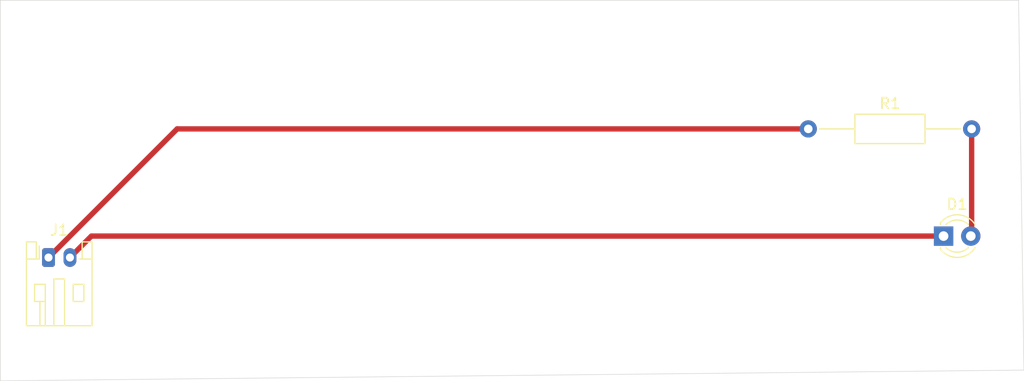
<source format=kicad_pcb>
(kicad_pcb (version 20240108) (generator "pcbnew") (generator_version "8.0")
  (layers (0 "F.Cu" signal) (31 "B.Cu" signal) (34 "B.Paste" user) (35 "F.Paste" user) (36 "B.SilkS" user "B.Silkscreen") (37 "F.SilkS" user "F.Silkscreen") (38 "B.Mask" user) (39 "F.Mask" user) (44 "Edge.Cuts" user))
  (net 0 "")
  (net 1 "Net-(D1-A)")
  (net 2 "Net-(D1-K)")
  (net 3 "Net-(J1-Pin_1)")
  (footprint "Resistor_THT:R_Axial_DIN0207_L6.3mm_D2.5mm_P15.24mm_Horizontal" (layer "F.Cu") (at 88.88 69.5)
    (property "Reference" "R1" (at 7.62 -2.37 0) (layer "F.SilkS"))
    (property "Value" "85")
    (fp_line (start 1.04 0) (end 4.35 0) (stroke (width 0.12)) (layer "F.SilkS"))
    (fp_line (start 4.35 -1.37) (end 4.35 1.37) (stroke (width 0.12)) (layer "F.SilkS"))
    (fp_line (start 4.35 1.37) (end 10.89 1.37) (stroke (width 0.12)) (layer "F.SilkS"))
    (fp_line (start 10.89 -1.37) (end 4.35 -1.37) (stroke (width 0.12)) (layer "F.SilkS"))
    (fp_line (start 10.89 1.37) (end 10.89 -1.37) (stroke (width 0.12)) (layer "F.SilkS"))
    (fp_line (start 14.2 0) (end 10.89 0) (stroke (width 0.12)) (layer "F.SilkS"))
    (pad "1" thru_hole circle (at 0 0) (size 1.6 1.6) (drill 0.8) (layers "*.Cu" "*.Mask") (net 3 "Net-(J1-Pin_1)"))
    (pad "2" thru_hole oval (at 15.24 0) (size 1.6 1.6) (drill 0.8) (layers "*.Cu" "*.Mask") (net 1 "Net-(D1-A)"))
  )
  (footprint "LED_THT:LED_D3.0mm" (layer "F.Cu") (at 101.5 79.5)
    (property "Reference" "D1" (at 1.27 -2.96 0) (layer "F.SilkS"))
    (property "Value" "LED")
    (fp_line (start -0.29 -1.236) (end -0.29 -1.08) (stroke (width 0.12)) (layer "F.SilkS"))
    (fp_line (start -0.29 1.08) (end -0.29 1.236) (stroke (width 0.12)) (layer "F.SilkS"))
    (fp_arc (start -0.29 -1.235516) (mid 1.365624 -1.987701) (end 2.941397 -1.080061) (stroke (width 0.12)) (layer "F.SilkS"))
    (fp_arc (start 0.229039 -1.08) (mid 1.269965 -1.5) (end 2.31091 -1.080049) (stroke (width 0.12)) (layer "F.SilkS"))
    (fp_arc (start 2.31091 1.080049) (mid 1.269965 1.5) (end 0.229039 1.08) (stroke (width 0.12)) (layer "F.SilkS"))
    (fp_arc (start 2.941397 1.080061) (mid 1.365624 1.987701) (end -0.29 1.235516) (stroke (width 0.12)) (layer "F.SilkS"))
    (pad "1" thru_hole rect (at 0 0) (size 1.8 1.8) (drill 0.9) (layers "*.Cu" "*.Mask") (net 2 "Net-(D1-K)"))
    (pad "2" thru_hole circle (at 2.54 0) (size 1.8 1.8) (drill 0.9) (layers "*.Cu" "*.Mask") (net 1 "Net-(D1-A)"))
  )
  (footprint "Connector_JST:JST_PH_S2B-PH-K_1x02_P2.00mm_Horizontal" (layer "F.Cu") (at 18 81.5)
    (property "Reference" "J1" (at 1 -2.55 0) (layer "F.SilkS"))
    (property "Value" "Conn_02x01")
    (fp_line (start -2.06 -1.46) (end -2.06 6.36) (stroke (width 0.12)) (layer "F.SilkS"))
    (fp_line (start -2.06 0.14) (end -1.14 0.14) (stroke (width 0.12)) (layer "F.SilkS"))
    (fp_line (start -2.06 6.36) (end 4.06 6.36) (stroke (width 0.12)) (layer "F.SilkS"))
    (fp_line (start -1.3 2.5) (end -1.3 4.1) (stroke (width 0.12)) (layer "F.SilkS"))
    (fp_line (start -1.3 4.1) (end -0.3 4.1) (stroke (width 0.12)) (layer "F.SilkS"))
    (fp_line (start -1.14 -1.46) (end -2.06 -1.46) (stroke (width 0.12)) (layer "F.SilkS"))
    (fp_line (start -1.14 0.14) (end -1.14 -1.46) (stroke (width 0.12)) (layer "F.SilkS"))
    (fp_line (start -0.86 0.14) (end -1.14 0.14) (stroke (width 0.12)) (layer "F.SilkS"))
    (fp_line (start -0.86 0.14) (end -0.86 -1.075) (stroke (width 0.12)) (layer "F.SilkS"))
    (fp_line (start -0.8 4.1) (end -0.8 6.36) (stroke (width 0.12)) (layer "F.SilkS"))
    (fp_line (start -0.3 2.5) (end -1.3 2.5) (stroke (width 0.12)) (layer "F.SilkS"))
    (fp_line (start -0.3 4.1) (end -0.3 2.5) (stroke (width 0.12)) (layer "F.SilkS"))
    (fp_line (start -0.3 4.1) (end -0.3 6.36) (stroke (width 0.12)) (layer "F.SilkS"))
    (fp_line (start 0.5 2) (end 1.5 2) (stroke (width 0.12)) (layer "F.SilkS"))
    (fp_line (start 0.5 6.36) (end 0.5 2) (stroke (width 0.12)) (layer "F.SilkS"))
    (fp_line (start 1.5 2) (end 1.5 6.36) (stroke (width 0.12)) (layer "F.SilkS"))
    (fp_line (start 2.3 2.5) (end 3.3 2.5) (stroke (width 0.12)) (layer "F.SilkS"))
    (fp_line (start 2.3 4.1) (end 2.3 2.5) (stroke (width 0.12)) (layer "F.SilkS"))
    (fp_line (start 3.14 -1.46) (end 3.14 0.14) (stroke (width 0.12)) (layer "F.SilkS"))
    (fp_line (start 3.14 0.14) (end 2.86 0.14) (stroke (width 0.12)) (layer "F.SilkS"))
    (fp_line (start 3.3 2.5) (end 3.3 4.1) (stroke (width 0.12)) (layer "F.SilkS"))
    (fp_line (start 3.3 4.1) (end 2.3 4.1) (stroke (width 0.12)) (layer "F.SilkS"))
    (fp_line (start 4.06 -1.46) (end 3.14 -1.46) (stroke (width 0.12)) (layer "F.SilkS"))
    (fp_line (start 4.06 0.14) (end 3.14 0.14) (stroke (width 0.12)) (layer "F.SilkS"))
    (fp_line (start 4.06 6.36) (end 4.06 -1.46) (stroke (width 0.12)) (layer "F.SilkS"))
    (pad "1" thru_hole roundrect (at 0 0) (size 1.2 1.75) (drill 0.75) (layers "*.Cu" "*.Mask") (roundrect_rratio 0.208333) (net 3 "Net-(J1-Pin_1)"))
    (pad "2" thru_hole oval (at 2 0) (size 1.2 1.75) (drill 0.75) (layers "*.Cu" "*.Mask") (net 2 "Net-(D1-K)"))
  )
  (gr_line (start 13.5 93) (end 13.5 57.5) (stroke (width 0.05)) (layer "Edge.Cuts"))
  (gr_line (start 109 92) (end 13.5 93) (stroke (width 0.05)) (layer "Edge.Cuts"))
  (gr_line (start 108.5 57.5) (end 109 92) (stroke (width 0.05)) (layer "Edge.Cuts"))
  (gr_line (start 13.5 57.5) (end 108.5 57.5) (stroke (width 0.05)) (layer "Edge.Cuts"))
  (segment (start 104.12 69.5) (end 104.12 79.42) (width 0.5) (layer "F.Cu") (net 1))
  (segment (start 104.12 79.42) (end 104.04 79.5) (width 0.2) (layer "F.Cu") (net 1))
  (segment (start 22 79.5) (end 20 81.5) (width 0.5) (layer "F.Cu") (net 2))
  (segment (start 101.5 79.5) (end 22 79.5) (width 0.5) (layer "F.Cu") (net 2))
  (segment (start 30 69.5) (end 88.88 69.5) (width 0.5) (layer "F.Cu") (net 3))
  (segment (start 18 81.5) (end 30 69.5) (width 0.5) (layer "F.Cu") (net 3))
)
</source>
